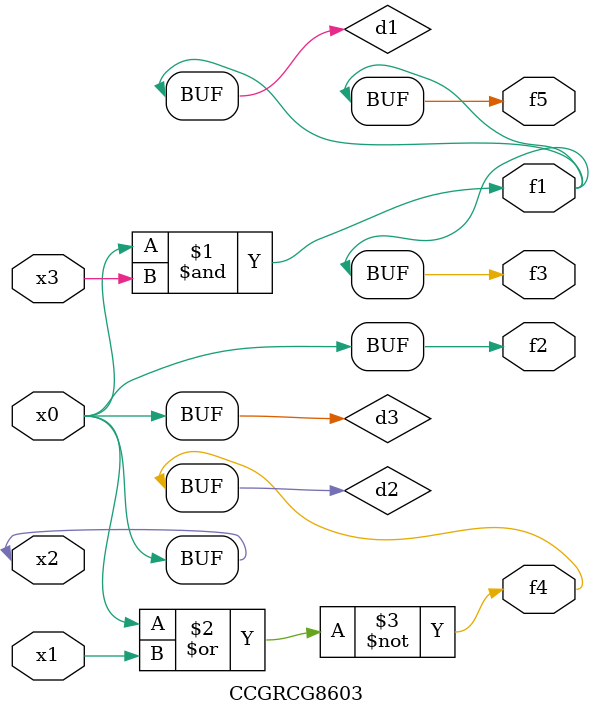
<source format=v>
module CCGRCG8603(
	input x0, x1, x2, x3,
	output f1, f2, f3, f4, f5
);

	wire d1, d2, d3;

	and (d1, x2, x3);
	nor (d2, x0, x1);
	buf (d3, x0, x2);
	assign f1 = d1;
	assign f2 = d3;
	assign f3 = d1;
	assign f4 = d2;
	assign f5 = d1;
endmodule

</source>
